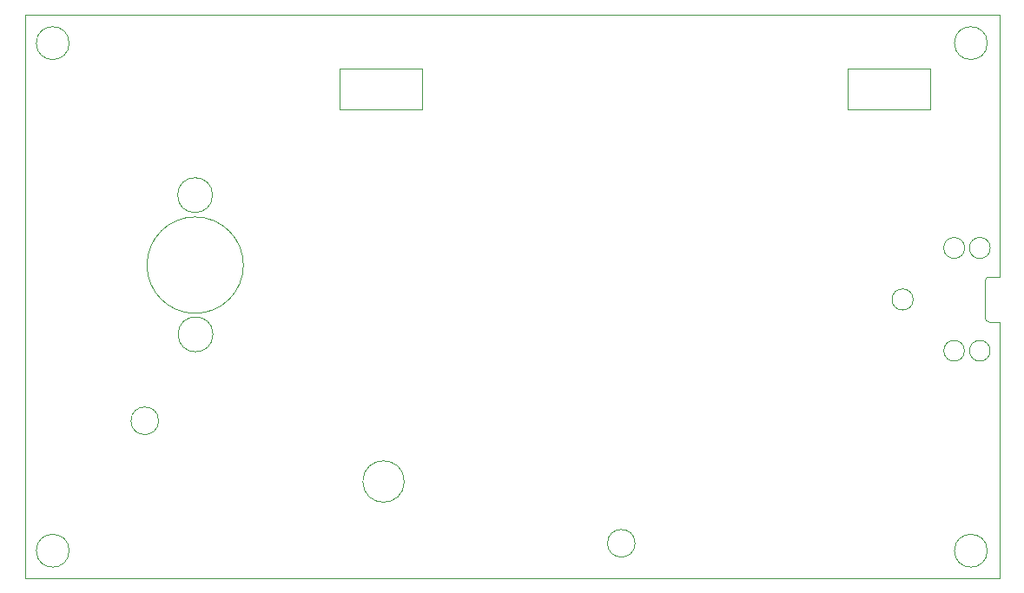
<source format=gbr>
%TF.GenerationSoftware,KiCad,Pcbnew,7.0.9*%
%TF.CreationDate,2024-05-06T14:39:11+08:00*%
%TF.ProjectId,pcb-may05-24,7063622d-6d61-4793-9035-2d32342e6b69,rev?*%
%TF.SameCoordinates,Original*%
%TF.FileFunction,Profile,NP*%
%FSLAX46Y46*%
G04 Gerber Fmt 4.6, Leading zero omitted, Abs format (unit mm)*
G04 Created by KiCad (PCBNEW 7.0.9) date 2024-05-06 14:39:11*
%MOMM*%
%LPD*%
G01*
G04 APERTURE LIST*
%TA.AperFunction,Profile*%
%ADD10C,0.100000*%
%TD*%
G04 APERTURE END LIST*
D10*
X122265564Y-132750000D02*
G75*
G03*
X122265564Y-132750000I-2015564J0D01*
G01*
X103625000Y-118400000D02*
G75*
G03*
X103625000Y-118400000I-1700000J0D01*
G01*
X89600000Y-139500000D02*
G75*
G03*
X89600000Y-139500000I-1600000J0D01*
G01*
X176882782Y-120000000D02*
G75*
G03*
X176882782Y-120000000I-1007782J0D01*
G01*
X171879563Y-115000000D02*
G75*
G03*
X171879563Y-115000000I-1029563J0D01*
G01*
X103575000Y-104825000D02*
G75*
G03*
X103575000Y-104825000I-1700000J0D01*
G01*
X98320362Y-126825000D02*
G75*
G03*
X98320362Y-126825000I-1345362J0D01*
G01*
X179395417Y-109975000D02*
G75*
G03*
X179395417Y-109975000I-1020417J0D01*
G01*
X144770362Y-138775000D02*
G75*
G03*
X144770362Y-138775000I-1345362J0D01*
G01*
X180289200Y-112795600D02*
X180289200Y-87195600D01*
X179100000Y-90000000D02*
G75*
G03*
X179100000Y-90000000I-1600000J0D01*
G01*
X179289200Y-112795600D02*
G75*
G03*
X178895479Y-113195667I10800J-404400D01*
G01*
X179289182Y-117201626D02*
X180289200Y-117195600D01*
X116000000Y-92500000D02*
X124000000Y-92500000D01*
X124000000Y-96500000D01*
X116000000Y-96500000D01*
X116000000Y-92500000D01*
X180289200Y-112795600D02*
X179289200Y-112795600D01*
X179100000Y-139500000D02*
G75*
G03*
X179100000Y-139500000I-1600000J0D01*
G01*
X176895417Y-109975000D02*
G75*
G03*
X176895417Y-109975000I-1020417J0D01*
G01*
X165500000Y-92500000D02*
X173500000Y-92500000D01*
X173500000Y-96500000D01*
X165500000Y-96500000D01*
X165500000Y-92500000D01*
X89600000Y-90000000D02*
G75*
G03*
X89600000Y-90000000I-1600000J0D01*
G01*
X85289200Y-87195600D02*
X85289200Y-142195600D01*
X178889200Y-113195600D02*
X178889200Y-116795600D01*
X178889202Y-116795600D02*
G75*
G03*
X179289182Y-117201625I401198J-4800D01*
G01*
X106589342Y-111650000D02*
G75*
G03*
X106589342Y-111650000I-4700000J0D01*
G01*
X180289200Y-142195600D02*
X180289200Y-117195600D01*
X180289200Y-87195600D02*
X85289200Y-87195600D01*
X179382782Y-120000000D02*
G75*
G03*
X179382782Y-120000000I-1007782J0D01*
G01*
X85289200Y-142195600D02*
X180289200Y-142195600D01*
M02*

</source>
